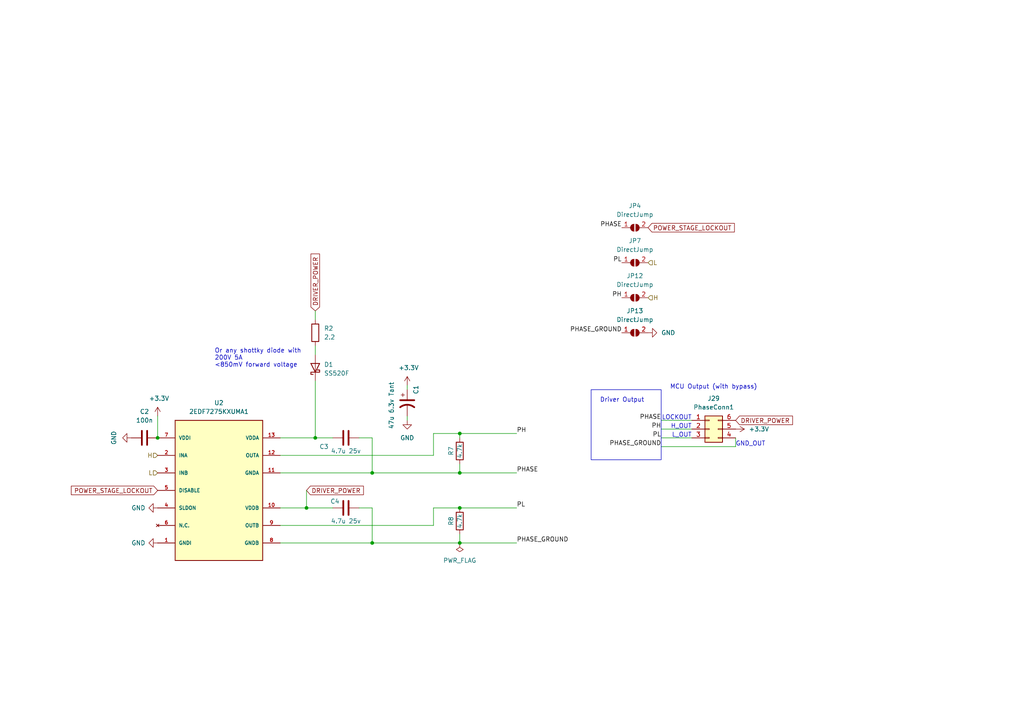
<source format=kicad_sch>
(kicad_sch (version 20230121) (generator eeschema)
  (paper "A4")
  (lib_symbols
    (symbol "Connector_Generic:Conn_02x03_Counter_Clockwise" (pin_names (offset 1.016) hide)
      (property "Reference" "J" (at 1.27 5.08 0))
      (property "Value" "Conn_02x03_Counter_Clockwise" (at 1.27 -5.08 0))
      (symbol "Conn_02x03_Counter_Clockwise_1_1"
        (rectangle (start -1.27 -2.413) (end 0 -2.667) (stroke (width 0.1524)))
        (rectangle (start -1.27 0.127) (end 0 -0.127) (stroke (width 0.1524)))
        (rectangle (start -1.27 2.667) (end 0 2.413) (stroke (width 0.1524)))
        (rectangle (start -1.27 3.81) (end 3.81 -3.81) (stroke (width 0.254)) (fill (type background)))
        (rectangle (start 3.81 -2.413) (end 2.54 -2.667) (stroke (width 0.1524)))
        (rectangle (start 3.81 0.127) (end 2.54 -0.127) (stroke (width 0.1524)))
        (rectangle (start 3.81 2.667) (end 2.54 2.413) (stroke (width 0.1524)))
        (pin passive line (at -5.08 2.54 0) (length 3.81) (name "Pin_1") (number "1"))
        (pin passive line (at -5.08 0 0) (length 3.81) (name "Pin_2") (number "2"))
        (pin passive line (at -5.08 -2.54 0) (length 3.81) (name "Pin_3") (number "3"))
        (pin passive line (at 7.62 -2.54 180) (length 3.81) (name "Pin_4") (number "4"))
        (pin passive line (at 7.62 0 180) (length 3.81) (name "Pin_5") (number "5"))
        (pin passive line (at 7.62 2.54 180) (length 3.81) (name "Pin_6") (number "6"))
      )
    )
    (symbol "Device:C" (pin_numbers hide) (pin_names (offset 0.254))
      (property "Reference" "C" (at 0.635 2.54 0))
      (property "Value" "C" (at 0.635 -2.54 0))
      (symbol "C_0_1"
        (polyline (pts (xy -2.032 -0.762) (xy 2.032 -0.762)) (stroke (width 0.508)))
        (polyline (pts (xy -2.032 0.762) (xy 2.032 0.762)) (stroke (width 0.508)))
      )
      (symbol "C_1_1"
        (pin passive line (at 0 3.81 270) (length 2.794) (name "~") (number "1"))
        (pin passive line (at 0 -3.81 90) (length 2.794) (name "~") (number "2"))
      )
    )
    (symbol "Device:C_Polarized_US" (pin_numbers hide) (pin_names (offset 0.254) hide)
      (property "Reference" "C" (at 0.635 2.54 0))
      (property "Value" "C_Polarized_US" (at 0.635 -2.54 0))
      (symbol "C_Polarized_US_0_1"
        (polyline (pts (xy -2.032 0.762) (xy 2.032 0.762)) (stroke (width 0.508)))
        (polyline (pts (xy -1.778 2.286) (xy -0.762 2.286)))
        (polyline (pts (xy -1.27 1.778) (xy -1.27 2.794)))
        (arc (start 2.032 -1.27) (mid 0 -0.5572) (end -2.032 -1.27) (stroke (width 0.508)))
      )
      (symbol "C_Polarized_US_1_1"
        (pin passive line (at 0 3.81 270) (length 2.794) (name "~") (number "1"))
        (pin passive line (at 0 -3.81 90) (length 3.302) (name "~") (number "2"))
      )
    )
    (symbol "Device:D_Schottky" (pin_numbers hide) (pin_names (offset 1.016) hide)
      (property "Reference" "D" (at 0 2.54 0))
      (property "Value" "D_Schottky" (at 0 -2.54 0))
      (symbol "D_Schottky_0_1"
        (polyline (pts (xy 1.27 0) (xy -1.27 0)))
        (polyline (pts (xy 1.27 1.27) (xy 1.27 -1.27) (xy -1.27 0) (xy 1.27 1.27)) (stroke (width 0.254)))
        (polyline (pts (xy -1.905 0.635) (xy -1.905 1.27) (xy -1.27 1.27) (xy -1.27 -1.27) (xy -0.635 -1.27) (xy -0.635 -0.635)) (stroke (width 0.254)))
      )
      (symbol "D_Schottky_1_1"
        (pin passive line (at -3.81 0 0) (length 2.54) (name "K") (number "1"))
        (pin passive line (at 3.81 0 180) (length 2.54) (name "A") (number "2"))
      )
    )
    (symbol "Device:R" (pin_numbers hide) (pin_names (offset 0))
      (property "Reference" "R" (at 2.032 0 90))
      (property "Value" "R" (at 0 0 90))
      (symbol "R_0_1"
        (rectangle (start -1.016 -2.54) (end 1.016 2.54) (stroke (width 0.254)))
      )
      (symbol "R_1_1"
        (pin passive line (at 0 3.81 270) (length 1.27) (name "~") (number "1"))
        (pin passive line (at 0 -3.81 90) (length 1.27) (name "~") (number "2"))
      )
    )
    (symbol "GigaESCSymbols:2EDF7275KXUMA2" (pin_names (offset 1.016))
      (property "Reference" "U" (at -12.7 20.828 0))
      (property "Value" "2EDF7275KXUMA2" (at -12.7 -22.86 0))
      (symbol "2EDF7275KXUMA2_0_0"
        (rectangle (start -12.7 20.32) (end 12.7 -20.32) (stroke (width 0.254)) (fill (type background)))
        (pin power_in line (at -17.78 -15.24 0) (length 5.08) (name "GNDI") (number "1"))
        (pin power_in line (at 17.78 -5.08 180) (length 5.08) (name "VDDB") (number "10"))
        (pin power_in line (at 17.78 5.08 180) (length 5.08) (name "GNDA") (number "11"))
        (pin output line (at 17.78 10.16 180) (length 5.08) (name "OUTA") (number "12"))
        (pin power_in line (at 17.78 15.24 180) (length 5.08) (name "VDDA") (number "13"))
        (pin input line (at -17.78 10.16 0) (length 5.08) (name "INA") (number "2"))
        (pin input line (at -17.78 5.08 0) (length 5.08) (name "INB") (number "3"))
        (pin passive line (at -17.78 -5.08 0) (length 5.08) (name "SLDON") (number "4"))
        (pin input line (at -17.78 0 0) (length 5.08) (name "DISABLE") (number "5"))
        (pin no_connect line (at -17.78 -10.16 0) (length 5.08) (name "N.C.") (number "6"))
        (pin power_in line (at -17.78 15.24 0) (length 5.08) (name "VDDI") (number "7"))
        (pin power_in line (at 17.78 -15.24 180) (length 5.08) (name "GNDB") (number "8"))
        (pin output line (at 17.78 -10.16 180) (length 5.08) (name "OUTB") (number "9"))
      )
    )
    (symbol "Jumper:SolderJumper_2_Open" (pin_names (offset 0) hide)
      (property "Reference" "JP" (at 0 2.032 0))
      (property "Value" "SolderJumper_2_Open" (at 0 -2.54 0))
      (symbol "SolderJumper_2_Open_0_1"
        (arc (start -0.254 1.016) (mid -1.2656 0) (end -0.254 -1.016))
        (arc (start -0.254 1.016) (mid -1.2656 0) (end -0.254 -1.016) (fill (type outline)))
        (polyline (pts (xy -0.254 1.016) (xy -0.254 -1.016)))
        (polyline (pts (xy 0.254 1.016) (xy 0.254 -1.016)))
        (arc (start 0.254 -1.016) (mid 1.2656 0) (end 0.254 1.016))
        (arc (start 0.254 -1.016) (mid 1.2656 0) (end 0.254 1.016) (fill (type outline)))
      )
      (symbol "SolderJumper_2_Open_1_1"
        (pin passive line (at -3.81 0 0) (length 2.54) (name "A") (number "1"))
        (pin passive line (at 3.81 0 180) (length 2.54) (name "B") (number "2"))
      )
    )
    (symbol "power:+3.3V" (power) (pin_names (offset 0))
      (property "Value" "+3.3V" (at 0 3.556 0))
      (symbol "+3.3V_0_1"
        (polyline (pts (xy -0.762 1.27) (xy 0 2.54)))
        (polyline (pts (xy 0 0) (xy 0 2.54)))
        (polyline (pts (xy 0 2.54) (xy 0.762 1.27)))
      )
      (symbol "+3.3V_1_1"
        (pin power_in line (at 0 0 90) (length 0) hide (name "+3.3V") (number "1"))
      )
    )
    (symbol "power:GND" (power) (pin_names (offset 0))
      (property "Value" "GND" (at 0 -3.81 0))
      (symbol "GND_0_1"
        (polyline (pts (xy 0 0) (xy 0 -1.27) (xy 1.27 -1.27) (xy 0 -2.54) (xy -1.27 -1.27) (xy 0 -1.27)))
      )
      (symbol "GND_1_1"
        (pin power_in line (at 0 0 270) (length 0) hide (name "GND") (number "1"))
      )
    )
    (symbol "power:PWR_FLAG" (power) (pin_numbers hide) (pin_names (offset 0) hide)
      (property "Value" "PWR_FLAG" (at 0 3.81 0))
      (symbol "PWR_FLAG_0_0"
        (pin power_out line (at 0 0 90) (length 0) (name "pwr") (number "1"))
      )
      (symbol "PWR_FLAG_0_1"
        (polyline (pts (xy 0 0) (xy 0 1.27) (xy -1.016 1.905) (xy 0 2.54) (xy 1.016 1.905) (xy 0 1.27)))
      )
    )
  )
  (junction (at 133.35 157.48))
  (junction (at 45.72 127))
  (junction (at 133.35 125.73))
  (junction (at 88.9 147.32))
  (junction (at 133.35 147.32))
  (junction (at 107.95 137.16))
  (junction (at 107.95 157.48))
  (junction (at 133.35 137.16))
  (junction (at 91.44 127))
  (wire (pts (xy 91.44 110.49) (xy 91.44 127)))
  (wire (pts (xy 133.35 154.94) (xy 133.35 157.48)))
  (wire (pts (xy 191.77 124.46) (xy 200.66 124.46)))
  (wire (pts (xy 191.77 121.92) (xy 200.66 121.92)))
  (wire (pts (xy 133.35 157.48) (xy 149.86 157.48)))
  (wire (pts (xy 191.77 129.54) (xy 213.36 129.54)))
  (wire (pts (xy 81.28 132.08) (xy 125.73 132.08)))
  (wire (pts (xy 133.35 127) (xy 133.35 125.73)))
  (wire (pts (xy 81.28 127) (xy 91.44 127)))
  (wire (pts (xy 213.36 129.54) (xy 213.36 127)))
  (wire (pts (xy 81.28 137.16) (xy 107.95 137.16)))
  (wire (pts (xy 133.35 157.48) (xy 107.95 157.48)))
  (wire (pts (xy 125.73 147.32) (xy 133.35 147.32)))
  (wire (pts (xy 107.95 147.32) (xy 107.95 157.48)))
  (wire (pts (xy 133.35 137.16) (xy 149.86 137.16)))
  (wire (pts (xy 107.95 137.16) (xy 133.35 137.16)))
  (wire (pts (xy 118.11 111.76) (xy 118.11 113.03)))
  (wire (pts (xy 91.44 100.33) (xy 91.44 102.87)))
  (wire (pts (xy 125.73 125.73) (xy 133.35 125.73)))
  (wire (pts (xy 45.72 120.65) (xy 45.72 127)))
  (wire (pts (xy 118.11 120.65) (xy 118.11 121.92)))
  (wire (pts (xy 133.35 125.73) (xy 149.86 125.73)))
  (wire (pts (xy 133.35 147.32) (xy 149.86 147.32)))
  (wire (pts (xy 81.28 147.32) (xy 88.9 147.32)))
  (wire (pts (xy 104.14 147.32) (xy 107.95 147.32)))
  (wire (pts (xy 88.9 142.24) (xy 88.9 147.32)))
  (wire (pts (xy 91.44 127) (xy 96.52 127)))
  (wire (pts (xy 133.35 134.62) (xy 133.35 137.16)))
  (wire (pts (xy 191.77 127) (xy 200.66 127)))
  (wire (pts (xy 107.95 127) (xy 104.14 127)))
  (wire (pts (xy 91.44 90.17) (xy 91.44 92.71)))
  (wire (pts (xy 107.95 137.16) (xy 107.95 127)))
  (wire (pts (xy 81.28 157.48) (xy 107.95 157.48)))
  (wire (pts (xy 125.73 147.32) (xy 125.73 152.4)))
  (wire (pts (xy 88.9 147.32) (xy 96.52 147.32)))
  (wire (pts (xy 125.73 125.73) (xy 125.73 132.08)))
  (wire (pts (xy 81.28 152.4) (xy 125.73 152.4)))
  (rectangle (start 171.45 113.03) (end 191.77 133.35))
  (text "H_OUT" (at 200.66 124.46 0) (effects (font (size 1.27 1.27)) (justify right bottom)))
  (text "LOCKOUT" (at 200.66 121.92 0) (effects (font (size 1.27 1.27)) (justify right bottom)))
  (text "MCU Output (with bypass)" (at 194.31 113.03 0) (effects (font (size 1.27 1.27)) (justify left bottom)))
  (text "Driver Output" (at 173.99 116.84 0) (effects (font (size 1.27 1.27)) (justify left bottom)))
  (text "L_OUT" (at 200.66 127 0) (effects (font (size 1.27 1.27)) (justify right bottom)))
  (text "Or any shottky diode with \n200V 5A\n<850mV forward voltage" (at 62.23 106.68 0) (effects (font (size 1.27 1.27)) (justify left bottom)))
  (text "GND_OUT" (at 213.36 129.54 0) (effects (font (size 1.27 1.27)) (justify left bottom)))
  (label "PL" (at 149.86 147.32 0))
  (label "PHASE" (at 180.34 66.04 180))
  (label "PHASE" (at 149.86 137.16 0))
  (label "PHASE_GROUND" (at 191.77 129.54 180))
  (label "PHASE_GROUND" (at 180.34 96.52 180))
  (label "PH" (at 180.34 86.36 180))
  (label "PL" (at 191.77 127 180))
  (label "PHASE" (at 191.77 121.92 180))
  (label "PL" (at 180.34 76.2 180))
  (label "PHASE_GROUND" (at 149.86 157.48 0))
  (label "PH" (at 191.77 124.46 180))
  (label "PH" (at 149.86 125.73 0))
  (global_label "DRIVER_POWER" (shape input) (at 213.36 121.92 0) (property "Intersheetrefs" "${INTERSHEET_REFS}" (effects hide)))
  (global_label "DRIVER_POWER" (shape input) (at 91.44 90.17 90) (property "Intersheetrefs" "${INTERSHEET_REFS}" (effects hide)))
  (global_label "DRIVER_POWER" (shape input) (at 88.9 142.24 0) (property "Intersheetrefs" "${INTERSHEET_REFS}" (effects hide)))
  (global_label "POWER_STAGE_LOCKOUT" (shape input) (at 187.96 66.04 0) (property "Intersheetrefs" "${INTERSHEET_REFS}" (effects hide)))
  (global_label "POWER_STAGE_LOCKOUT" (shape input) (at 45.72 142.24 180) (property "Intersheetrefs" "${INTERSHEET_REFS}" (effects hide)))
  (hierarchical_label "L" (shape input) (at 187.96 76.2 0))
  (hierarchical_label "H" (shape input) (at 187.96 86.36 0))
  (hierarchical_label "L" (shape input) (at 45.72 137.16 180))
  (hierarchical_label "H" (shape input) (at 45.72 132.08 180))
  (symbol (lib_id "Device:C") (at 100.33 127 90) (unit 1)
    (property "Reference" "C3" (at 93.98 129.54 90))
    (property "Value" "4.7u 25v" (at 100.33 130.81 90))
    (property "Footprint" "Capacitor_SMD:C_0805_2012Metric" (effects hide))
    (property "MPN" "C1779" (effects hide))
    (property "Mouser" "81-GRM319R61H475KA2D" (effects hide))
    (instances (project "2EDF7275KXUMA1" (path "" (reference "C3") (unit 1))) (project "GigaVescDrivers" (path "" (reference "C25") (unit 1)) (path "" (reference "C26") (unit 1)) (path "" (reference "C27") (unit 1))) (project "DevKit" (path "" (reference "C20") (unit 1)) (path "" (reference "C39") (unit 1)) (path "" (reference "C62") (unit 1))) (project "EPC2304" (path "" (reference "C7") (unit 1)) (path "" (reference "C15") (unit 1)) (path "" (reference "C19") (unit 1))))
  )
  (symbol (lib_id "power:PWR_FLAG") (at 133.35 157.48 180) (unit 1)
    (property "Reference" "#FLG05" (effects hide))
    (property "Value" "PWR_FLAG" (at 133.35 162.56 0))
    (instances (project "DevKit" (path "" (reference "#FLG05") (unit 1)) (path "" (reference "#FLG06") (unit 1)) (path "" (reference "#FLG07") (unit 1))))
  )
  (symbol (lib_id "Jumper:SolderJumper_2_Open") (at 184.15 86.36 0) (unit 1)
    (property "Reference" "JP12" (at 184.15 80.01 0))
    (property "Value" "DirectJump" (at 184.15 82.55 0))
    (property "Footprint" "GigaVescLibs:SolderJumper0.5mm_Open" (effects hide))
    (instances (project "DevKit" (path "" (reference "JP12") (unit 1)) (path "" (reference "JP8") (unit 1)) (path "" (reference "JP10") (unit 1))))
  )
  (symbol (lib_id "power:GND") (at 45.72 157.48 270) (unit 1)
    (property "Reference" "#PWR012" (effects hide))
    (property "Value" "GND" (at 38.1 157.48 90) (effects (justify left)))
    (instances (project "2EDF7275KXUMA1" (path "" (reference "#PWR012") (unit 1))) (project "GigaVescDrivers" (path "" (reference "#PWR027") (unit 1)) (path "" (reference "#PWR037") (unit 1)) (path "" (reference "#PWR050") (unit 1))) (project "DevKit" (path "" (reference "#PWR0172") (unit 1)) (path "" (reference "#PWR0178") (unit 1)) (path "" (reference "#PWR0184") (unit 1))) (project "EPC2304" (path "" (reference "#PWR015") (unit 1)) (path "" (reference "#PWR033") (unit 1)) (path "" (reference "#PWR045") (unit 1))))
  )
  (symbol (lib_id "Device:R") (at 133.35 130.81 180) (unit 1)
    (property "Reference" "R7" (at 130.81 130.81 90))
    (property "Value" "4.7k" (at 133.35 130.81 90))
    (property "Footprint" "Resistor_SMD:R_0603_1608Metric" (effects hide))
    (property "MPN" "C17673" (effects hide))
    (property "Mouser" "603-RC0805FR-074K7L" (effects hide))
    (instances (project "2EDF7275KXUMA1" (path "" (reference "R7") (unit 1))) (project "GigaVescDrivers" (path "" (reference "R20") (unit 1)) (path "" (reference "R30") (unit 1)) (path "" (reference "R40") (unit 1))) (project "DevKit" (path "" (reference "R51") (unit 1)) (path "" (reference "R54") (unit 1)) (path "" (reference "R57") (unit 1))) (project "EPC2304" (path "" (reference "R27") (unit 1)) (path "" (reference "R40") (unit 1)) (path "" (reference "R47") (unit 1))))
  )
  (symbol (lib_id "power:GND") (at 187.96 96.52 90) (unit 1)
    (property "Reference" "#PWR011" (effects hide))
    (property "Value" "GND" (at 191.77 96.52 90) (effects (justify right)))
    (instances (project "DevKit" (path "" (reference "#PWR011") (unit 1)) (path "" (reference "#PWR091") (unit 1)) (path "" (reference "#PWR0208") (unit 1)) (path "" (reference "#PWR0209") (unit 1)) (path "" (reference "#PWR0210") (unit 1))))
  )
  (symbol (lib_id "Jumper:SolderJumper_2_Open") (at 184.15 96.52 0) (unit 1)
    (property "Reference" "JP13" (at 184.15 90.17 0))
    (property "Value" "DirectJump" (at 184.15 92.71 0))
    (property "Footprint" "GigaVescLibs:SolderJumper0.5mm_Open" (effects hide))
    (instances (project "DevKit" (path "" (reference "JP13") (unit 1)) (path "" (reference "JP9") (unit 1)) (path "" (reference "JP11") (unit 1))))
  )
  (symbol (lib_id "power:+3.3V") (at 45.72 120.65 0) (mirror y) (unit 1)
    (property "Reference" "#PWR090" (effects hide))
    (property "Value" "+3.3V" (at 43.18 115.57 0) (effects (justify right)))
    (instances (project "DevKit" (path "" (reference "#PWR090") (unit 1)) (path "" (reference "#PWR0170") (unit 1)) (path "" (reference "#PWR0176") (unit 1)) (path "" (reference "#PWR0182") (unit 1))))
  )
  (symbol (lib_id "power:GND") (at 118.11 121.92 0) (unit 1)
    (property "Reference" "#PWR02" (effects hide))
    (property "Value" "GND" (at 118.11 127 0))
    (instances (project "2EDF7275KXUMA1" (path "" (reference "#PWR02") (unit 1))) (project "GigaVescDrivers" (path "" (reference "#PWR026") (unit 1)) (path "" (reference "#PWR033") (unit 1)) (path "" (reference "#PWR046") (unit 1))) (project "DevKit" (path "" (reference "#PWR0174") (unit 1)) (path "" (reference "#PWR0180") (unit 1)) (path "" (reference "#PWR0186") (unit 1))) (project "EPC2304" (path "" (reference "#PWR09") (unit 1)) (path "" (reference "#PWR029") (unit 1)) (path "" (reference "#PWR037") (unit 1))))
  )
  (symbol (lib_id "Device:C_Polarized_US") (at 118.11 116.84 0) (unit 1)
    (property "Reference" "C1" (at 120.65 113.03 90))
    (property "Value" "47u 6.3v Tant" (at 113.538 117.602 90))
    (property "Footprint" "Capacitor_Tantalum_SMD:CP_EIA-3216-18_Kemet-A" (effects hide))
    (property "MPN" "C7190" (effects hide))
    (property "Mouser" "80-T491D476K25AT7280" (effects hide))
    (property "JLCRotOffset" "-180" (effects hide))
    (instances (project "2EDF7275KXUMA1" (path "" (reference "C1") (unit 1))) (project "GigaVescDrivers" (path "" (reference "C14") (unit 1)) (path "" (reference "C18") (unit 1)) (path "" (reference "C19") (unit 1))) (project "DevKit" (path "" (reference "C37") (unit 1)) (path "" (reference "C41") (unit 1)) (path "" (reference "C68") (unit 1))) (project "EPC2304" (path "" (reference "C5") (unit 1)) (path "" (reference "C13") (unit 1)) (path "" (reference "C17") (unit 1))))
  )
  (symbol (lib_id "Jumper:SolderJumper_2_Open") (at 184.15 66.04 0) (unit 1)
    (property "Reference" "JP4" (at 184.15 59.69 0))
    (property "Value" "DirectJump" (at 184.15 62.23 0))
    (property "Footprint" "GigaVescLibs:SolderJumper0.5mm_Open" (effects hide))
    (instances (project "DevKit" (path "" (reference "JP4") (unit 1)) (path "" (reference "JP2") (unit 1)) (path "" (reference "JP3") (unit 1))))
  )
  (symbol (lib_id "Device:D_Schottky") (at 91.44 106.68 90) (unit 1)
    (property "Reference" "D1" (at 93.98 105.7275 90) (effects (justify right)))
    (property "Value" "SS520F" (at 93.98 108.2675 90) (effects (justify right)))
    (property "Footprint" "Diode_SMD:D_SMA" (effects hide))
    (property "MPN" "C353179" (effects hide))
    (property "Mouser" "750-SS520B-HF" (effects hide))
    (instances (project "2EDF7275KXUMA1" (path "" (reference "D1") (unit 1))) (project "GigaVescDrivers" (path "" (reference "D14") (unit 1)) (path "" (reference "D16") (unit 1)) (path "" (reference "D27") (unit 1))) (project "DevKit" (path "" (reference "D4") (unit 1)) (path "" (reference "D13") (unit 1)) (path "" (reference "D14") (unit 1))) (project "EPC2304" (path "" (reference "D1") (unit 1)) (path "" (reference "D4") (unit 1)) (path "" (reference "D7") (unit 1))))
  )
  (symbol (lib_id "GigaESCSymbols:2EDF7275KXUMA2") (at 63.5 142.24 0) (unit 1)
    (property "Reference" "U2" (at 63.5 116.84 0))
    (property "Value" "2EDF7275KXUMA1" (at 63.5 119.38 0))
    (property "Footprint" "GigaVescLibs:IC_2EDF7275KXUMA2" (effects hide))
    (property "PARTREV" "2.8" (effects hide))
    (property "STANDARD" "Manufacturer Recommendations" (effects hide))
    (property "SNAPEDA_PN" "2EDF7275KXUMA2" (effects hide))
    (property "MAXIMUM_PACKAGE_HEIGHT" "1.01 mm" (effects hide))
    (property "MANUFACTURER" "Infineon Technologies" (effects hide))
    (property "MPN" "C2677063" (effects hide))
    (instances (project "2EDF7275KXUMA1" (path "" (reference "U2") (unit 1))) (project "DevKit" (path "" (reference "U4") (unit 1)) (path "" (reference "U20") (unit 1)) (path "" (reference "U21") (unit 1))) (project "EPC2304" (path "" (reference "U1") (unit 1)) (path "" (reference "U2") (unit 1)) (path "" (reference "U3") (unit 1))))
  )
  (symbol (lib_id "Device:C") (at 100.33 147.32 90) (unit 1)
    (property "Reference" "C4" (at 97.155 145.415 90))
    (property "Value" "4.7u 25v" (at 100.33 151.13 90))
    (property "Footprint" "Capacitor_SMD:C_0805_2012Metric" (effects hide))
    (property "MPN" "C1779" (effects hide))
    (property "Mouser" "81-GRM319R61H475KA2D" (effects hide))
    (instances (project "2EDF7275KXUMA1" (path "" (reference "C4") (unit 1))) (project "GigaVescDrivers" (path "" (reference "C9") (unit 1)) (path "" (reference "C10") (unit 1)) (path "" (reference "C13") (unit 1))) (project "DevKit" (path "" (reference "C36") (unit 1)) (path "" (reference "C40") (unit 1)) (path "" (reference "C63") (unit 1))) (project "EPC2304" (path "" (reference "C12") (unit 1)) (path "" (reference "C16") (unit 1)) (path "" (reference "C20") (unit 1))))
  )
  (symbol (lib_id "power:+3.3V") (at 118.11 111.76 0) (mirror y) (unit 1)
    (property "Reference" "#PWR090" (effects hide))
    (property "Value" "+3.3V" (at 115.57 106.68 0) (effects (justify right)))
    (instances (project "DevKit" (path "" (reference "#PWR090") (unit 1)) (path "" (reference "#PWR0173") (unit 1)) (path "" (reference "#PWR0179") (unit 1)) (path "" (reference "#PWR0185") (unit 1))))
  )
  (symbol (lib_id "Device:R") (at 91.44 96.52 0) (unit 1)
    (property "Reference" "R2" (at 93.98 95.25 0) (effects (justify left)))
    (property "Value" "2.2" (at 93.98 97.79 0) (effects (justify left)))
    (property "Footprint" "Resistor_SMD:R_0603_1608Metric" (effects hide))
    (property "MPN" "C17521" (effects hide))
    (property "Mouser" "603-RC0805JR-072R2L" (effects hide))
    (instances (project "2EDF7275KXUMA1" (path "" (reference "R2") (unit 1))) (project "GigaVescDrivers" (path "" (reference "R17") (unit 1)) (path "" (reference "R25") (unit 1)) (path "" (reference "R35") (unit 1))) (project "DevKit" (path "" (reference "R50") (unit 1)) (path "" (reference "R53") (unit 1)) (path "" (reference "R56") (unit 1))) (project "EPC2304" (path "" (reference "R22") (unit 1)) (path "" (reference "R35") (unit 1)) (path "" (reference "R42") (unit 1))))
  )
  (symbol (lib_id "power:+3.3V") (at 213.36 124.46 270) (mirror x) (unit 1)
    (property "Reference" "#PWR090" (effects hide))
    (property "Value" "+3.3V" (at 217.17 124.46 90) (effects (justify left)))
    (instances (project "DevKit" (path "" (reference "#PWR090") (unit 1)) (path "" (reference "#PWR0165") (unit 1)) (path "" (reference "#PWR0167") (unit 1)) (path "" (reference "#PWR0168") (unit 1))))
  )
  (symbol (lib_id "power:GND") (at 38.1 127 270) (unit 1)
    (property "Reference" "#PWR06" (effects hide))
    (property "Value" "GND" (at 33.02 127 0))
    (instances (project "2EDF7275KXUMA1" (path "" (reference "#PWR06") (unit 1))) (project "GigaVescDrivers" (path "" (reference "#PWR027") (unit 1)) (path "" (reference "#PWR037") (unit 1)) (path "" (reference "#PWR050") (unit 1))) (project "DevKit" (path "" (reference "#PWR0169") (unit 1)) (path "" (reference "#PWR0175") (unit 1)) (path "" (reference "#PWR0181") (unit 1))) (project "EPC2304" (path "" (reference "#PWR011") (unit 1)) (path "" (reference "#PWR030") (unit 1)) (path "" (reference "#PWR041") (unit 1))))
  )
  (symbol (lib_id "power:GND") (at 45.72 147.32 270) (unit 1)
    (property "Reference" "#PWR03" (effects hide))
    (property "Value" "GND" (at 38.1 147.32 90) (effects (justify left)))
    (instances (project "2EDF7275KXUMA1" (path "" (reference "#PWR03") (unit 1))) (project "GigaVescDrivers" (path "" (reference "#PWR027") (unit 1)) (path "" (reference "#PWR037") (unit 1)) (path "" (reference "#PWR050") (unit 1))) (project "DevKit" (path "" (reference "#PWR0171") (unit 1)) (path "" (reference "#PWR0177") (unit 1)) (path "" (reference "#PWR0183") (unit 1))) (project "EPC2304" (path "" (reference "#PWR014") (unit 1)) (path "" (reference "#PWR032") (unit 1)) (path "" (reference "#PWR044") (unit 1))))
  )
  (symbol (lib_id "Jumper:SolderJumper_2_Open") (at 184.15 76.2 0) (unit 1)
    (property "Reference" "JP7" (at 184.15 69.85 0))
    (property "Value" "DirectJump" (at 184.15 72.39 0))
    (property "Footprint" "GigaVescLibs:SolderJumper0.5mm_Open" (effects hide))
    (instances (project "DevKit" (path "" (reference "JP7") (unit 1)) (path "" (reference "JP5") (unit 1)) (path "" (reference "JP6") (unit 1))))
  )
  (symbol (lib_id "Connector_Generic:Conn_02x03_Counter_Clockwise") (at 205.74 124.46 0) (unit 1)
    (property "Reference" "J29" (at 207.01 115.57 0))
    (property "Value" "PhaseConn1" (at 207.01 118.11 0))
    (property "Footprint" "Connector_PinHeader_2.54mm:PinHeader_2x03_P2.54mm_Vertical_SMD" (effects hide))
    (property "MPN" "C780054" (effects hide))
    (instances (project "DevKit" (path "" (reference "J29") (unit 1)) (path "" (reference "J26") (unit 1)) (path "" (reference "J27") (unit 1)) (path "" (reference "J28") (unit 1))))
  )
  (symbol (lib_id "Device:R") (at 133.35 151.13 180) (unit 1)
    (property "Reference" "R8" (at 130.81 151.13 90))
    (property "Value" "4.7k" (at 133.35 151.13 90))
    (property "Footprint" "Resistor_SMD:R_0603_1608Metric" (effects hide))
    (property "Mouser" "603-RC0805FR-074K7L" (effects hide))
    (property "MPN" "C17673" (effects hide))
    (instances (project "2EDF7275KXUMA1" (path "" (reference "R8") (unit 1))) (project "GigaVescDrivers" (path "" (reference "R23") (unit 1)) (path "" (reference "R31") (unit 1)) (path "" (reference "R41") (unit 1))) (project "DevKit" (path "" (reference "R52") (unit 1)) (path "" (reference "R55") (unit 1)) (path "" (reference "R58") (unit 1))) (project "EPC2304" (path "" (reference "R34") (unit 1)) (path "" (reference "R41") (unit 1)) (path "" (reference "R48") (unit 1))))
  )
  (symbol (lib_id "Device:C") (at 41.91 127 90) (unit 1)
    (property "Reference" "C2" (at 41.91 119.38 90))
    (property "Value" "100n" (at 41.91 121.92 90))
    (property "Footprint" "GigaVescLibs:C_0603_1608Metric_L" (effects hide))
    (property "Mouser" "187-CL21B104KBFNNNE" (effects hide))
    (property "MPN" "C14663" (effects hide))
    (instances (project "2EDF7275KXUMA1" (path "" (reference "C2") (unit 1))) (project "GigaVescDrivers" (path "" (reference "C8") (unit 1)) (path "" (reference "C12") (unit 1)) (path "" (reference "C17") (unit 1))) (project "DevKit" (path "" (reference "C15") (unit 1)) (path "" (reference "C38") (unit 1)) (path "" (reference "C42") (unit 1))) (project "EPC2304" (path "" (reference "C6") (unit 1)) (path "" (reference "C14") (unit 1)) (path "" (reference "C18") (unit 1))))
  )
)
</source>
